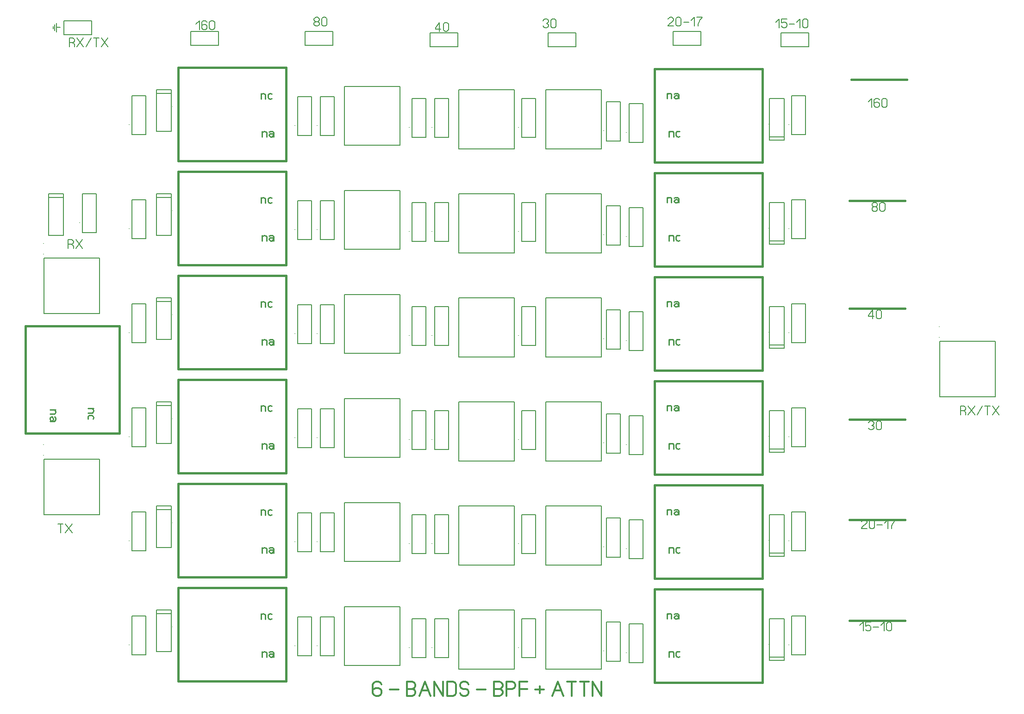
<source format=gbr>
%FSLAX34Y34*%
%MOMM*%
%LNSILK_TOP*%
G71*
G01*
%ADD10C,0.200*%
%ADD11C,0.150*%
%ADD12C,0.144*%
%ADD13C,0.167*%
%ADD14C,0.333*%
%ADD15C,0.400*%
%ADD16C,0.222*%
%ADD17C,0.111*%
%LPD*%
G54D10*
X319425Y-50986D02*
X325425Y-44986D01*
X325425Y-60986D01*
G54D10*
X339425Y-47986D02*
X338225Y-45986D01*
X335825Y-44986D01*
X333425Y-44986D01*
X331025Y-45986D01*
X329825Y-47986D01*
X329825Y-52986D01*
X329825Y-53986D01*
X333425Y-51986D01*
X335825Y-51986D01*
X338225Y-52986D01*
X339425Y-54986D01*
X339425Y-57986D01*
X338225Y-59986D01*
X335825Y-60986D01*
X333425Y-60986D01*
X331025Y-59986D01*
X329825Y-57986D01*
X329825Y-52986D01*
G54D10*
X353425Y-47986D02*
X353425Y-57986D01*
X352225Y-59986D01*
X349825Y-60986D01*
X347425Y-60986D01*
X345025Y-59986D01*
X343825Y-57986D01*
X343825Y-47986D01*
X345025Y-45986D01*
X347425Y-44986D01*
X349825Y-44986D01*
X352225Y-45986D01*
X353425Y-47986D01*
G54D11*
X309629Y-89612D02*
X309629Y-64212D01*
X360429Y-64212D01*
X360429Y-89612D01*
X309629Y-89612D01*
G54D10*
X541325Y-46636D02*
X538925Y-46636D01*
X536525Y-45636D01*
X535325Y-43636D01*
X535325Y-41636D01*
X536525Y-39636D01*
X538925Y-38636D01*
X541325Y-38636D01*
X543725Y-39636D01*
X544925Y-41636D01*
X544925Y-43636D01*
X543725Y-45636D01*
X541325Y-46636D01*
X543725Y-47636D01*
X544925Y-49636D01*
X544925Y-51636D01*
X543725Y-53636D01*
X541325Y-54636D01*
X538925Y-54636D01*
X536525Y-53636D01*
X535325Y-51636D01*
X535325Y-49636D01*
X536525Y-47636D01*
X538925Y-46636D01*
G54D10*
X558925Y-41636D02*
X558925Y-51636D01*
X557725Y-53636D01*
X555325Y-54636D01*
X552925Y-54636D01*
X550525Y-53636D01*
X549325Y-51636D01*
X549325Y-41636D01*
X550525Y-39636D01*
X552925Y-38636D01*
X555325Y-38636D01*
X557725Y-39636D01*
X558925Y-41636D01*
G54D11*
X519179Y-89612D02*
X519179Y-64212D01*
X569979Y-64212D01*
X569979Y-89612D01*
X519179Y-89612D01*
G54D11*
X590550Y-165100D02*
X692150Y-165100D01*
X692150Y-273050D01*
X590550Y-273050D01*
X590550Y-165100D01*
G54D11*
X274050Y-247650D02*
X246650Y-247650D01*
X246650Y-171450D01*
X274050Y-171450D01*
X274050Y-247650D01*
G54D11*
X246650Y-177750D02*
X274050Y-177750D01*
G54D10*
X764775Y-64161D02*
X764775Y-48161D01*
X757575Y-58161D01*
X757575Y-60161D01*
X767175Y-60161D01*
G54D10*
X781175Y-51161D02*
X781175Y-61161D01*
X779975Y-63161D01*
X777575Y-64161D01*
X775175Y-64161D01*
X772775Y-63161D01*
X771575Y-61161D01*
X771575Y-51161D01*
X772775Y-49161D01*
X775175Y-48161D01*
X777575Y-48161D01*
X779975Y-49161D01*
X781175Y-51161D01*
G54D11*
X747779Y-92788D02*
X747779Y-67387D01*
X798579Y-67388D01*
X798579Y-92788D01*
X747779Y-92788D01*
G54D10*
X954425Y-44811D02*
X955625Y-42811D01*
X958025Y-41811D01*
X960425Y-41811D01*
X962825Y-42811D01*
X964025Y-44811D01*
X964025Y-46811D01*
X962825Y-48811D01*
X960425Y-49811D01*
X962825Y-50811D01*
X964025Y-52811D01*
X964025Y-54811D01*
X962825Y-56811D01*
X960425Y-57811D01*
X958025Y-57811D01*
X955625Y-56811D01*
X954425Y-54811D01*
G54D10*
X978025Y-44811D02*
X978025Y-54811D01*
X976825Y-56811D01*
X974425Y-57811D01*
X972025Y-57811D01*
X969625Y-56811D01*
X968425Y-54811D01*
X968425Y-44811D01*
X969625Y-42811D01*
X972025Y-41811D01*
X974425Y-41811D01*
X976825Y-42811D01*
X978025Y-44811D01*
G54D11*
X963679Y-92788D02*
X963680Y-67387D01*
X1014479Y-67388D01*
X1014479Y-92788D01*
X963679Y-92788D01*
G54D11*
X41250Y-479450D02*
X142850Y-479450D01*
X142850Y-581050D01*
X41250Y-581050D01*
X41250Y-479450D01*
G54D12*
X40500Y-452700D02*
X40500Y-452700D01*
G54D12*
X40500Y-472200D02*
X40500Y-472200D01*
G54D11*
X41250Y-847750D02*
X142850Y-847750D01*
X142850Y-949350D01*
X41250Y-949350D01*
X41250Y-847750D01*
G54D12*
X40500Y-821000D02*
X40500Y-821000D01*
G54D12*
X40500Y-840500D02*
X40500Y-840500D01*
G54D11*
X77200Y-438150D02*
X49800Y-438150D01*
X49800Y-361950D01*
X77200Y-361950D01*
X77200Y-438150D01*
G54D11*
X49800Y-368250D02*
X77200Y-368250D01*
G54D11*
X136960Y-361662D02*
X111560Y-361662D01*
X111560Y-433262D01*
X136960Y-433262D01*
X136960Y-361662D01*
G54D13*
X106169Y-414318D02*
X106169Y-414318D01*
G54D10*
X92450Y-84736D02*
X96050Y-86736D01*
X97250Y-88736D01*
X97250Y-92736D01*
G54D10*
X87650Y-92736D02*
X87650Y-76736D01*
X93650Y-76736D01*
X96050Y-77736D01*
X97250Y-79736D01*
X97250Y-81736D01*
X96050Y-83736D01*
X93650Y-84736D01*
X87650Y-84736D01*
G54D10*
X101650Y-76736D02*
X113650Y-92736D01*
G54D10*
X101650Y-92736D02*
X113650Y-76736D01*
G54D10*
X118050Y-92736D02*
X127650Y-76736D01*
G54D10*
X136850Y-92736D02*
X136850Y-76736D01*
G54D10*
X132050Y-76736D02*
X141650Y-76736D01*
G54D10*
X146050Y-76736D02*
X158050Y-92736D01*
G54D10*
X146050Y-92736D02*
X158050Y-76736D01*
G54D11*
X77854Y-70562D02*
X77854Y-45162D01*
X128654Y-45162D01*
X128654Y-70562D01*
X77854Y-70562D01*
G54D10*
X70521Y-57333D02*
X64170Y-57333D01*
G54D10*
X64170Y-65270D02*
X64171Y-49395D01*
G54D10*
X60996Y-51776D02*
X60996Y-62889D01*
G54D10*
X57821Y-59714D02*
X57821Y-54952D01*
G54D10*
X90500Y-453950D02*
X94100Y-455950D01*
X95300Y-457950D01*
X95300Y-461950D01*
G54D10*
X85700Y-461950D02*
X85700Y-445950D01*
X91700Y-445950D01*
X94100Y-446950D01*
X95300Y-448950D01*
X95300Y-450950D01*
X94100Y-452950D01*
X91700Y-453950D01*
X85700Y-453950D01*
G54D10*
X99700Y-445950D02*
X111700Y-461950D01*
G54D10*
X99700Y-461950D02*
X111700Y-445950D01*
G54D10*
X71450Y-982650D02*
X71450Y-966650D01*
G54D10*
X66650Y-966650D02*
X76250Y-966650D01*
G54D10*
X80650Y-966650D02*
X92650Y-982650D01*
G54D10*
X80650Y-982650D02*
X92650Y-966650D01*
G54D14*
X658610Y-1259786D02*
X656610Y-1256452D01*
X652610Y-1254786D01*
X648610Y-1254786D01*
X644610Y-1256452D01*
X642610Y-1259786D01*
X642610Y-1268119D01*
X642610Y-1269786D01*
X648610Y-1266452D01*
X652610Y-1266452D01*
X656610Y-1268119D01*
X658610Y-1271452D01*
X658610Y-1276452D01*
X656610Y-1279786D01*
X652610Y-1281452D01*
X648610Y-1281452D01*
X644610Y-1279786D01*
X642610Y-1276452D01*
X642610Y-1268119D01*
G54D14*
X673676Y-1269786D02*
X689676Y-1269786D01*
G54D14*
X704742Y-1281452D02*
X704742Y-1254786D01*
X714742Y-1254786D01*
X718742Y-1256452D01*
X720742Y-1259786D01*
X720742Y-1263119D01*
X718742Y-1266452D01*
X714742Y-1268119D01*
X718742Y-1269786D01*
X720742Y-1273119D01*
X720742Y-1276452D01*
X718742Y-1279786D01*
X714742Y-1281452D01*
X704742Y-1281452D01*
G54D14*
X704742Y-1268119D02*
X714742Y-1268119D01*
G54D14*
X728075Y-1281452D02*
X738075Y-1254786D01*
X748075Y-1281452D01*
G54D14*
X732075Y-1271452D02*
X744075Y-1271452D01*
G54D14*
X755408Y-1281452D02*
X755408Y-1254786D01*
X771408Y-1281452D01*
X771408Y-1254786D01*
G54D14*
X778741Y-1281452D02*
X778741Y-1254786D01*
X788741Y-1254786D01*
X792741Y-1256452D01*
X794741Y-1259786D01*
X794741Y-1276452D01*
X792741Y-1279786D01*
X788741Y-1281452D01*
X778741Y-1281452D01*
G54D14*
X802074Y-1276452D02*
X804074Y-1279786D01*
X808074Y-1281452D01*
X812074Y-1281452D01*
X816074Y-1279786D01*
X818074Y-1276452D01*
X818074Y-1273119D01*
X816074Y-1269786D01*
X812074Y-1268119D01*
X808074Y-1268119D01*
X804074Y-1266452D01*
X802074Y-1263119D01*
X802074Y-1259786D01*
X804074Y-1256452D01*
X808074Y-1254786D01*
X812074Y-1254786D01*
X816074Y-1256452D01*
X818074Y-1259786D01*
G54D14*
X833140Y-1269786D02*
X849140Y-1269786D01*
G54D14*
X864206Y-1281452D02*
X864206Y-1254786D01*
X874206Y-1254786D01*
X878206Y-1256452D01*
X880206Y-1259786D01*
X880206Y-1263119D01*
X878206Y-1266452D01*
X874206Y-1268119D01*
X878206Y-1269786D01*
X880206Y-1273119D01*
X880206Y-1276452D01*
X878206Y-1279786D01*
X874206Y-1281452D01*
X864206Y-1281452D01*
G54D14*
X864206Y-1268119D02*
X874206Y-1268119D01*
G54D14*
X887539Y-1281452D02*
X887539Y-1254786D01*
X897539Y-1254786D01*
X901539Y-1256452D01*
X903539Y-1259786D01*
X903539Y-1263119D01*
X901539Y-1266452D01*
X897539Y-1268119D01*
X887539Y-1268119D01*
G54D14*
X910872Y-1281452D02*
X910872Y-1254786D01*
X924872Y-1254786D01*
G54D14*
X910872Y-1268119D02*
X924872Y-1268119D01*
G54D14*
X939938Y-1269786D02*
X955938Y-1269786D01*
G54D14*
X947938Y-1263119D02*
X947938Y-1276452D01*
G54D14*
X971004Y-1281452D02*
X981004Y-1254786D01*
X991004Y-1281452D01*
G54D14*
X975004Y-1271452D02*
X987004Y-1271452D01*
G54D14*
X1006337Y-1281452D02*
X1006337Y-1254786D01*
G54D14*
X998337Y-1254786D02*
X1014337Y-1254786D01*
G54D14*
X1029670Y-1281452D02*
X1029670Y-1254786D01*
G54D14*
X1021670Y-1254786D02*
X1037670Y-1254786D01*
G54D14*
X1045003Y-1281452D02*
X1045003Y-1254786D01*
X1061003Y-1281452D01*
X1061003Y-1254786D01*
G54D15*
X286872Y-130481D02*
X483722Y-130481D01*
X483722Y-301931D01*
X286872Y-301931D01*
X286872Y-130481D01*
G54D16*
X438026Y-187852D02*
X438026Y-177852D01*
G54D16*
X438026Y-180074D02*
X439360Y-178518D01*
X442026Y-177852D01*
X444693Y-178518D01*
X446026Y-180074D01*
X446027Y-187852D01*
G54D16*
X457582Y-178518D02*
X454916Y-177852D01*
X452249Y-178518D01*
X450916Y-180741D01*
X450916Y-185185D01*
X452249Y-187407D01*
X454916Y-187852D01*
X457582Y-187407D01*
G54D16*
X440221Y-257346D02*
X440221Y-247346D01*
G54D16*
X440221Y-249568D02*
X441554Y-248013D01*
X444221Y-247346D01*
X446888Y-248013D01*
X448221Y-249568D01*
X448221Y-257346D01*
G54D16*
X453110Y-248457D02*
X455777Y-247346D01*
X458976Y-247346D01*
X461110Y-249568D01*
X461110Y-257346D01*
G54D16*
X461110Y-254013D02*
X459777Y-251790D01*
X457110Y-251346D01*
X454443Y-251790D01*
X453110Y-254013D01*
X453643Y-256235D01*
X455776Y-257346D01*
X457110Y-257346D01*
X457643Y-257346D01*
X459777Y-256235D01*
X461110Y-254013D01*
G54D11*
X227609Y-182090D02*
X202209Y-182090D01*
X202209Y-253690D01*
X227609Y-253690D01*
X227609Y-182090D01*
G54D13*
X196818Y-234745D02*
X196818Y-234745D01*
G54D17*
X275968Y-201403D02*
X275968Y-201403D01*
G54D15*
X178922Y-603681D02*
X178922Y-800531D01*
X7472Y-800531D01*
X7472Y-603681D01*
X178922Y-603681D01*
G54D16*
X121551Y-754836D02*
X131551Y-754836D01*
G54D16*
X129329Y-754836D02*
X130885Y-756169D01*
X131551Y-758836D01*
X130884Y-761502D01*
X129329Y-762836D01*
X121551Y-762836D01*
G54D16*
X130884Y-774391D02*
X131551Y-771724D01*
X130884Y-769058D01*
X128662Y-767724D01*
X124218Y-767724D01*
X121996Y-769058D01*
X121551Y-771724D01*
X121996Y-774391D01*
G54D16*
X52057Y-757030D02*
X62057Y-757030D01*
G54D16*
X59835Y-757030D02*
X61390Y-758363D01*
X62057Y-761030D01*
X61390Y-763696D01*
X59835Y-765030D01*
X52057Y-765030D01*
G54D16*
X60946Y-769919D02*
X62057Y-772586D01*
X62057Y-775786D01*
X59835Y-777919D01*
X52057Y-777919D01*
G54D16*
X55390Y-777919D02*
X57612Y-776586D01*
X58057Y-773919D01*
X57613Y-771252D01*
X55390Y-769919D01*
X53168Y-770452D01*
X52057Y-772586D01*
X52057Y-773919D01*
X52057Y-774452D01*
X53168Y-776586D01*
X55390Y-777919D01*
G54D11*
X530660Y-183862D02*
X505260Y-183862D01*
X505260Y-255462D01*
X530660Y-255462D01*
X530660Y-183862D01*
G54D13*
X499869Y-236518D02*
X499869Y-236518D01*
G54D11*
X571936Y-183862D02*
X546535Y-183862D01*
X546535Y-255462D01*
X571935Y-255462D01*
X571936Y-183862D01*
G54D13*
X541144Y-236518D02*
X541144Y-236518D01*
G54D11*
X740210Y-187037D02*
X714810Y-187037D01*
X714810Y-258637D01*
X740210Y-258637D01*
X740210Y-187037D01*
G54D13*
X709419Y-239693D02*
X709419Y-239693D01*
G54D11*
X781486Y-187037D02*
X756085Y-187037D01*
X756085Y-258637D01*
X781485Y-258637D01*
X781486Y-187037D01*
G54D13*
X750694Y-239693D02*
X750694Y-239693D01*
G54D11*
X800100Y-171450D02*
X901700Y-171450D01*
X901700Y-279400D01*
X800100Y-279400D01*
X800100Y-171450D01*
G54D11*
X940236Y-187037D02*
X914835Y-187037D01*
X914835Y-258637D01*
X940235Y-258637D01*
X940236Y-187037D01*
G54D13*
X909444Y-239693D02*
X909444Y-239693D01*
G54D11*
X958850Y-171450D02*
X1060450Y-171450D01*
X1060450Y-279400D01*
X958850Y-279400D01*
X958850Y-171450D01*
G54D11*
X1095810Y-193387D02*
X1070410Y-193387D01*
X1070410Y-264987D01*
X1095810Y-264987D01*
X1095810Y-193387D01*
G54D13*
X1065019Y-246043D02*
X1065019Y-246043D01*
G54D11*
X1137086Y-196562D02*
X1111685Y-196562D01*
X1111685Y-268162D01*
X1137085Y-268162D01*
X1137086Y-196562D01*
G54D13*
X1106294Y-249218D02*
X1106294Y-249218D01*
G54D11*
X1367936Y-187434D02*
X1395336Y-187434D01*
X1395336Y-263634D01*
X1367936Y-263634D01*
X1367936Y-187434D01*
G54D11*
X1395336Y-257334D02*
X1367936Y-257334D01*
G54D15*
X1355114Y-304604D02*
X1158264Y-304603D01*
X1158264Y-133154D01*
X1355114Y-133154D01*
X1355114Y-304604D01*
G54D16*
X1184447Y-257215D02*
X1184447Y-247215D01*
G54D16*
X1184447Y-249438D02*
X1185780Y-247882D01*
X1188447Y-247215D01*
X1191113Y-247882D01*
X1192447Y-249438D01*
X1192447Y-257215D01*
G54D16*
X1204002Y-247882D02*
X1201336Y-247215D01*
X1198669Y-247882D01*
X1197336Y-250104D01*
X1197336Y-254549D01*
X1198669Y-256771D01*
X1201336Y-257215D01*
X1204002Y-256771D01*
G54D16*
X1180876Y-187738D02*
X1180876Y-177738D01*
G54D16*
X1180876Y-179960D02*
X1182209Y-178404D01*
X1184876Y-177738D01*
X1187543Y-178404D01*
X1188876Y-179960D01*
X1188876Y-187738D01*
G54D16*
X1193765Y-178849D02*
X1196432Y-177738D01*
X1199632Y-177738D01*
X1201765Y-179960D01*
X1201765Y-187738D01*
G54D16*
X1201765Y-184404D02*
X1200432Y-182182D01*
X1197765Y-181738D01*
X1195098Y-182182D01*
X1193765Y-184404D01*
X1194298Y-186627D01*
X1196432Y-187738D01*
X1197765Y-187738D01*
X1198298Y-187738D01*
X1200432Y-186626D01*
X1201765Y-184404D01*
G54D17*
X1366018Y-233681D02*
X1366018Y-233681D01*
G54D11*
X1434109Y-182090D02*
X1408709Y-182090D01*
X1408709Y-253690D01*
X1434109Y-253690D01*
X1434109Y-182090D01*
G54D13*
X1403318Y-234745D02*
X1403318Y-234745D01*
G54D11*
X590550Y-355600D02*
X692150Y-355600D01*
X692150Y-463550D01*
X590550Y-463550D01*
X590550Y-355600D01*
G54D11*
X274050Y-438150D02*
X246650Y-438150D01*
X246650Y-361950D01*
X274050Y-361950D01*
X274050Y-438150D01*
G54D11*
X246650Y-368250D02*
X274050Y-368250D01*
G54D15*
X286872Y-320981D02*
X483722Y-320981D01*
X483722Y-492431D01*
X286872Y-492431D01*
X286872Y-320981D01*
G54D16*
X438026Y-378352D02*
X438026Y-368352D01*
G54D16*
X438026Y-370574D02*
X439360Y-369018D01*
X442026Y-368352D01*
X444693Y-369018D01*
X446026Y-370574D01*
X446027Y-378352D01*
G54D16*
X457582Y-369018D02*
X454916Y-368352D01*
X452249Y-369018D01*
X450916Y-371241D01*
X450916Y-375685D01*
X452249Y-377907D01*
X454916Y-378352D01*
X457582Y-377907D01*
G54D16*
X440221Y-447846D02*
X440221Y-437846D01*
G54D16*
X440221Y-440068D02*
X441554Y-438513D01*
X444221Y-437846D01*
X446888Y-438513D01*
X448221Y-440068D01*
X448221Y-447846D01*
G54D16*
X453110Y-438957D02*
X455777Y-437846D01*
X458976Y-437846D01*
X461110Y-440068D01*
X461110Y-447846D01*
G54D16*
X461110Y-444513D02*
X459777Y-442290D01*
X457110Y-441846D01*
X454443Y-442290D01*
X453110Y-444513D01*
X453643Y-446735D01*
X455776Y-447846D01*
X457110Y-447846D01*
X457643Y-447846D01*
X459777Y-446735D01*
X461110Y-444513D01*
G54D11*
X227609Y-372590D02*
X202209Y-372590D01*
X202209Y-444190D01*
X227609Y-444190D01*
X227609Y-372590D01*
G54D13*
X196818Y-425245D02*
X196818Y-425245D01*
G54D17*
X275968Y-391903D02*
X275968Y-391903D01*
G54D11*
X530660Y-374362D02*
X505260Y-374362D01*
X505260Y-445962D01*
X530660Y-445962D01*
X530660Y-374362D01*
G54D13*
X499869Y-427018D02*
X499869Y-427018D01*
G54D11*
X571936Y-374362D02*
X546535Y-374362D01*
X546535Y-445962D01*
X571935Y-445962D01*
X571936Y-374362D01*
G54D13*
X541144Y-427018D02*
X541144Y-427018D01*
G54D11*
X740210Y-377537D02*
X714810Y-377537D01*
X714810Y-449137D01*
X740210Y-449137D01*
X740210Y-377537D01*
G54D13*
X709419Y-430193D02*
X709419Y-430193D01*
G54D11*
X781486Y-377537D02*
X756085Y-377537D01*
X756085Y-449137D01*
X781485Y-449137D01*
X781486Y-377537D01*
G54D13*
X750694Y-430193D02*
X750694Y-430193D01*
G54D11*
X800100Y-361950D02*
X901700Y-361950D01*
X901700Y-469900D01*
X800100Y-469900D01*
X800100Y-361950D01*
G54D11*
X940236Y-377537D02*
X914835Y-377537D01*
X914835Y-449137D01*
X940235Y-449137D01*
X940236Y-377537D01*
G54D13*
X909444Y-430193D02*
X909444Y-430193D01*
G54D11*
X958850Y-361950D02*
X1060450Y-361950D01*
X1060450Y-469900D01*
X958850Y-469900D01*
X958850Y-361950D01*
G54D11*
X1095810Y-383887D02*
X1070410Y-383887D01*
X1070410Y-455487D01*
X1095810Y-455487D01*
X1095810Y-383887D01*
G54D13*
X1065019Y-436543D02*
X1065019Y-436543D01*
G54D11*
X1137086Y-387062D02*
X1111685Y-387062D01*
X1111685Y-458662D01*
X1137085Y-458662D01*
X1137086Y-387062D01*
G54D13*
X1106294Y-439718D02*
X1106294Y-439718D01*
G54D11*
X1367936Y-377934D02*
X1395336Y-377934D01*
X1395336Y-454134D01*
X1367936Y-454134D01*
X1367936Y-377934D01*
G54D11*
X1395336Y-447834D02*
X1367936Y-447834D01*
G54D15*
X1355114Y-495104D02*
X1158264Y-495103D01*
X1158264Y-323654D01*
X1355114Y-323654D01*
X1355114Y-495104D01*
G54D16*
X1184447Y-447715D02*
X1184447Y-437715D01*
G54D16*
X1184447Y-439938D02*
X1185780Y-438382D01*
X1188447Y-437715D01*
X1191113Y-438382D01*
X1192447Y-439938D01*
X1192447Y-447715D01*
G54D16*
X1204002Y-438382D02*
X1201336Y-437715D01*
X1198669Y-438382D01*
X1197336Y-440604D01*
X1197336Y-445049D01*
X1198669Y-447271D01*
X1201336Y-447715D01*
X1204002Y-447271D01*
G54D16*
X1180876Y-378238D02*
X1180876Y-368238D01*
G54D16*
X1180876Y-370460D02*
X1182209Y-368904D01*
X1184876Y-368238D01*
X1187543Y-368904D01*
X1188876Y-370460D01*
X1188876Y-378238D01*
G54D16*
X1193765Y-369349D02*
X1196432Y-368238D01*
X1199632Y-368238D01*
X1201765Y-370460D01*
X1201765Y-378238D01*
G54D16*
X1201765Y-374904D02*
X1200432Y-372682D01*
X1197765Y-372238D01*
X1195098Y-372682D01*
X1193765Y-374904D01*
X1194298Y-377127D01*
X1196432Y-378238D01*
X1197765Y-378238D01*
X1198298Y-378238D01*
X1200432Y-377126D01*
X1201765Y-374904D01*
G54D17*
X1366018Y-424181D02*
X1366018Y-424181D01*
G54D11*
X1434109Y-372590D02*
X1408709Y-372590D01*
X1408709Y-444190D01*
X1434109Y-444190D01*
X1434109Y-372590D01*
G54D13*
X1403318Y-425245D02*
X1403318Y-425245D01*
G54D11*
X590550Y-546100D02*
X692150Y-546100D01*
X692150Y-654050D01*
X590550Y-654050D01*
X590550Y-546100D01*
G54D11*
X274050Y-628650D02*
X246650Y-628650D01*
X246650Y-552450D01*
X274050Y-552450D01*
X274050Y-628650D01*
G54D11*
X246650Y-558750D02*
X274050Y-558750D01*
G54D15*
X286872Y-511481D02*
X483722Y-511481D01*
X483722Y-682931D01*
X286872Y-682931D01*
X286872Y-511481D01*
G54D16*
X438026Y-568852D02*
X438026Y-558852D01*
G54D16*
X438026Y-561074D02*
X439360Y-559518D01*
X442026Y-558852D01*
X444693Y-559518D01*
X446026Y-561074D01*
X446027Y-568852D01*
G54D16*
X457582Y-559518D02*
X454916Y-558852D01*
X452249Y-559518D01*
X450916Y-561741D01*
X450916Y-566185D01*
X452249Y-568407D01*
X454916Y-568852D01*
X457582Y-568407D01*
G54D16*
X440221Y-638346D02*
X440221Y-628346D01*
G54D16*
X440221Y-630568D02*
X441554Y-629013D01*
X444221Y-628346D01*
X446888Y-629013D01*
X448221Y-630568D01*
X448221Y-638346D01*
G54D16*
X453110Y-629457D02*
X455777Y-628346D01*
X458976Y-628346D01*
X461110Y-630568D01*
X461110Y-638346D01*
G54D16*
X461110Y-635013D02*
X459777Y-632790D01*
X457110Y-632346D01*
X454443Y-632790D01*
X453110Y-635013D01*
X453643Y-637235D01*
X455776Y-638346D01*
X457110Y-638346D01*
X457643Y-638346D01*
X459777Y-637235D01*
X461110Y-635013D01*
G54D11*
X227609Y-563090D02*
X202209Y-563090D01*
X202209Y-634690D01*
X227609Y-634690D01*
X227609Y-563090D01*
G54D13*
X196818Y-615745D02*
X196818Y-615745D01*
G54D17*
X275968Y-582403D02*
X275968Y-582403D01*
G54D11*
X530660Y-564862D02*
X505260Y-564862D01*
X505260Y-636462D01*
X530660Y-636462D01*
X530660Y-564862D01*
G54D13*
X499869Y-617518D02*
X499869Y-617518D01*
G54D11*
X571936Y-564862D02*
X546535Y-564862D01*
X546535Y-636462D01*
X571935Y-636462D01*
X571936Y-564862D01*
G54D13*
X541144Y-617518D02*
X541144Y-617518D01*
G54D11*
X740210Y-568037D02*
X714810Y-568037D01*
X714810Y-639637D01*
X740210Y-639637D01*
X740210Y-568037D01*
G54D13*
X709419Y-620693D02*
X709419Y-620693D01*
G54D11*
X781486Y-568037D02*
X756085Y-568037D01*
X756085Y-639637D01*
X781485Y-639637D01*
X781486Y-568037D01*
G54D13*
X750694Y-620693D02*
X750694Y-620693D01*
G54D11*
X800100Y-552450D02*
X901700Y-552450D01*
X901700Y-660400D01*
X800100Y-660400D01*
X800100Y-552450D01*
G54D11*
X940236Y-568037D02*
X914835Y-568037D01*
X914835Y-639637D01*
X940235Y-639637D01*
X940236Y-568037D01*
G54D13*
X909444Y-620693D02*
X909444Y-620693D01*
G54D11*
X958850Y-552450D02*
X1060450Y-552450D01*
X1060450Y-660400D01*
X958850Y-660400D01*
X958850Y-552450D01*
G54D11*
X1095810Y-574387D02*
X1070410Y-574387D01*
X1070410Y-645987D01*
X1095810Y-645987D01*
X1095810Y-574387D01*
G54D13*
X1065019Y-627043D02*
X1065019Y-627043D01*
G54D11*
X1137086Y-577562D02*
X1111685Y-577562D01*
X1111685Y-649162D01*
X1137085Y-649162D01*
X1137086Y-577562D01*
G54D13*
X1106294Y-630218D02*
X1106294Y-630218D01*
G54D11*
X1367936Y-568434D02*
X1395336Y-568434D01*
X1395336Y-644634D01*
X1367936Y-644634D01*
X1367936Y-568434D01*
G54D11*
X1395336Y-638334D02*
X1367936Y-638334D01*
G54D15*
X1355114Y-685604D02*
X1158264Y-685603D01*
X1158264Y-514154D01*
X1355114Y-514154D01*
X1355114Y-685604D01*
G54D16*
X1184447Y-638215D02*
X1184447Y-628215D01*
G54D16*
X1184447Y-630438D02*
X1185780Y-628882D01*
X1188447Y-628215D01*
X1191113Y-628882D01*
X1192447Y-630438D01*
X1192447Y-638215D01*
G54D16*
X1204002Y-628882D02*
X1201336Y-628215D01*
X1198669Y-628882D01*
X1197336Y-631104D01*
X1197336Y-635549D01*
X1198669Y-637771D01*
X1201336Y-638215D01*
X1204002Y-637771D01*
G54D16*
X1180876Y-568738D02*
X1180876Y-558738D01*
G54D16*
X1180876Y-560960D02*
X1182209Y-559404D01*
X1184876Y-558738D01*
X1187543Y-559404D01*
X1188876Y-560960D01*
X1188876Y-568738D01*
G54D16*
X1193765Y-559849D02*
X1196432Y-558738D01*
X1199632Y-558738D01*
X1201765Y-560960D01*
X1201765Y-568738D01*
G54D16*
X1201765Y-565404D02*
X1200432Y-563182D01*
X1197765Y-562738D01*
X1195098Y-563182D01*
X1193765Y-565404D01*
X1194298Y-567627D01*
X1196432Y-568738D01*
X1197765Y-568738D01*
X1198298Y-568738D01*
X1200432Y-567626D01*
X1201765Y-565404D01*
G54D17*
X1366018Y-614681D02*
X1366018Y-614681D01*
G54D11*
X1434109Y-563090D02*
X1408709Y-563090D01*
X1408709Y-634690D01*
X1434109Y-634690D01*
X1434109Y-563090D01*
G54D13*
X1403318Y-615745D02*
X1403318Y-615745D01*
G54D11*
X590550Y-736600D02*
X692150Y-736600D01*
X692150Y-844550D01*
X590550Y-844550D01*
X590550Y-736600D01*
G54D11*
X274050Y-819150D02*
X246650Y-819150D01*
X246650Y-742950D01*
X274050Y-742950D01*
X274050Y-819150D01*
G54D11*
X246650Y-749250D02*
X274050Y-749250D01*
G54D15*
X286872Y-701981D02*
X483722Y-701981D01*
X483722Y-873431D01*
X286872Y-873431D01*
X286872Y-701981D01*
G54D16*
X438026Y-759352D02*
X438026Y-749352D01*
G54D16*
X438026Y-751574D02*
X439360Y-750018D01*
X442026Y-749352D01*
X444693Y-750018D01*
X446026Y-751574D01*
X446027Y-759352D01*
G54D16*
X457582Y-750018D02*
X454916Y-749352D01*
X452249Y-750018D01*
X450916Y-752241D01*
X450916Y-756685D01*
X452249Y-758908D01*
X454916Y-759352D01*
X457582Y-758907D01*
G54D16*
X440221Y-828846D02*
X440221Y-818846D01*
G54D16*
X440221Y-821068D02*
X441554Y-819513D01*
X444221Y-818846D01*
X446888Y-819513D01*
X448221Y-821068D01*
X448221Y-828846D01*
G54D16*
X453110Y-819957D02*
X455777Y-818846D01*
X458976Y-818846D01*
X461110Y-821068D01*
X461110Y-828846D01*
G54D16*
X461110Y-825513D02*
X459777Y-823290D01*
X457110Y-822846D01*
X454443Y-823290D01*
X453110Y-825512D01*
X453643Y-827735D01*
X455776Y-828846D01*
X457110Y-828846D01*
X457643Y-828846D01*
X459777Y-827735D01*
X461110Y-825513D01*
G54D11*
X227609Y-753590D02*
X202209Y-753590D01*
X202209Y-825190D01*
X227609Y-825190D01*
X227609Y-753590D01*
G54D13*
X196818Y-806246D02*
X196818Y-806246D01*
G54D17*
X275968Y-772904D02*
X275968Y-772904D01*
G54D11*
X530660Y-755362D02*
X505260Y-755362D01*
X505260Y-826962D01*
X530660Y-826962D01*
X530660Y-755362D01*
G54D13*
X499869Y-808018D02*
X499869Y-808018D01*
G54D11*
X571936Y-755362D02*
X546535Y-755362D01*
X546535Y-826962D01*
X571935Y-826962D01*
X571936Y-755362D01*
G54D13*
X541144Y-808018D02*
X541144Y-808018D01*
G54D11*
X740210Y-758537D02*
X714810Y-758537D01*
X714810Y-830137D01*
X740210Y-830137D01*
X740210Y-758537D01*
G54D13*
X709419Y-811192D02*
X709419Y-811192D01*
G54D11*
X781486Y-758537D02*
X756085Y-758537D01*
X756085Y-830137D01*
X781485Y-830137D01*
X781486Y-758537D01*
G54D13*
X750694Y-811192D02*
X750694Y-811192D01*
G54D11*
X800100Y-742950D02*
X901700Y-742950D01*
X901700Y-850900D01*
X800100Y-850900D01*
X800100Y-742950D01*
G54D11*
X940236Y-758537D02*
X914835Y-758537D01*
X914835Y-830137D01*
X940235Y-830137D01*
X940236Y-758537D01*
G54D13*
X909444Y-811192D02*
X909444Y-811192D01*
G54D11*
X958850Y-742950D02*
X1060450Y-742950D01*
X1060450Y-850900D01*
X958850Y-850900D01*
X958850Y-742950D01*
G54D11*
X1095810Y-764887D02*
X1070410Y-764887D01*
X1070410Y-836487D01*
X1095810Y-836487D01*
X1095810Y-764887D01*
G54D13*
X1065019Y-817542D02*
X1065019Y-817542D01*
G54D11*
X1137086Y-768062D02*
X1111685Y-768062D01*
X1111685Y-839662D01*
X1137085Y-839662D01*
X1137086Y-768062D01*
G54D13*
X1106294Y-820718D02*
X1106294Y-820718D01*
G54D11*
X1367936Y-758934D02*
X1395336Y-758934D01*
X1395336Y-835134D01*
X1367936Y-835134D01*
X1367936Y-758934D01*
G54D11*
X1395336Y-828834D02*
X1367936Y-828834D01*
G54D15*
X1355114Y-876104D02*
X1158264Y-876103D01*
X1158264Y-704654D01*
X1355114Y-704654D01*
X1355114Y-876104D01*
G54D16*
X1184447Y-828715D02*
X1184447Y-818715D01*
G54D16*
X1184447Y-820938D02*
X1185780Y-819382D01*
X1188447Y-818715D01*
X1191113Y-819382D01*
X1192447Y-820938D01*
X1192447Y-828715D01*
G54D16*
X1204002Y-819382D02*
X1201336Y-818716D01*
X1198669Y-819382D01*
X1197336Y-821604D01*
X1197336Y-826048D01*
X1198669Y-828271D01*
X1201336Y-828715D01*
X1204002Y-828271D01*
G54D16*
X1180876Y-759238D02*
X1180876Y-749238D01*
G54D16*
X1180876Y-751460D02*
X1182209Y-749904D01*
X1184876Y-749238D01*
X1187543Y-749904D01*
X1188876Y-751460D01*
X1188876Y-759238D01*
G54D16*
X1193765Y-750349D02*
X1196432Y-749238D01*
X1199632Y-749238D01*
X1201765Y-751460D01*
X1201765Y-759238D01*
G54D16*
X1201765Y-755904D02*
X1200432Y-753682D01*
X1197765Y-753238D01*
X1195098Y-753682D01*
X1193765Y-755904D01*
X1194298Y-758126D01*
X1196432Y-759238D01*
X1197765Y-759238D01*
X1198298Y-759238D01*
X1200432Y-758126D01*
X1201765Y-755904D01*
G54D17*
X1366018Y-805181D02*
X1366018Y-805181D01*
G54D11*
X1434109Y-753590D02*
X1408709Y-753590D01*
X1408709Y-825190D01*
X1434109Y-825190D01*
X1434109Y-753590D01*
G54D13*
X1403318Y-806246D02*
X1403318Y-806246D01*
G54D11*
X590550Y-927100D02*
X692150Y-927100D01*
X692150Y-1035050D01*
X590550Y-1035050D01*
X590550Y-927100D01*
G54D11*
X274050Y-1009650D02*
X246650Y-1009650D01*
X246650Y-933450D01*
X274050Y-933450D01*
X274050Y-1009650D01*
G54D11*
X246650Y-939750D02*
X274050Y-939750D01*
G54D15*
X286872Y-892481D02*
X483722Y-892481D01*
X483722Y-1063931D01*
X286872Y-1063931D01*
X286872Y-892481D01*
G54D16*
X438026Y-949852D02*
X438026Y-939852D01*
G54D16*
X438026Y-942074D02*
X439360Y-940518D01*
X442026Y-939852D01*
X444693Y-940518D01*
X446026Y-942074D01*
X446027Y-949852D01*
G54D16*
X457582Y-940518D02*
X454916Y-939852D01*
X452249Y-940518D01*
X450916Y-942740D01*
X450916Y-947185D01*
X452249Y-949408D01*
X454916Y-949852D01*
X457582Y-949407D01*
G54D16*
X440221Y-1019346D02*
X440221Y-1009346D01*
G54D16*
X440221Y-1011568D02*
X441554Y-1010013D01*
X444221Y-1009346D01*
X446888Y-1010013D01*
X448221Y-1011568D01*
X448221Y-1019346D01*
G54D16*
X453110Y-1010457D02*
X455777Y-1009346D01*
X458976Y-1009346D01*
X461110Y-1011568D01*
X461110Y-1019346D01*
G54D16*
X461110Y-1016013D02*
X459777Y-1013790D01*
X457110Y-1013346D01*
X454443Y-1013790D01*
X453110Y-1016012D01*
X453643Y-1018235D01*
X455776Y-1019346D01*
X457110Y-1019346D01*
X457643Y-1019346D01*
X459777Y-1018235D01*
X461110Y-1016013D01*
G54D11*
X227609Y-944090D02*
X202209Y-944090D01*
X202209Y-1015690D01*
X227609Y-1015690D01*
X227609Y-944090D01*
G54D13*
X196818Y-996746D02*
X196818Y-996746D01*
G54D17*
X275968Y-963404D02*
X275968Y-963404D01*
G54D11*
X530660Y-945862D02*
X505260Y-945862D01*
X505260Y-1017462D01*
X530660Y-1017462D01*
X530660Y-945862D01*
G54D13*
X499869Y-998518D02*
X499869Y-998518D01*
G54D11*
X571936Y-945862D02*
X546535Y-945862D01*
X546535Y-1017462D01*
X571935Y-1017462D01*
X571936Y-945862D01*
G54D13*
X541144Y-998518D02*
X541144Y-998518D01*
G54D11*
X740210Y-949037D02*
X714810Y-949037D01*
X714810Y-1020637D01*
X740210Y-1020637D01*
X740210Y-949037D01*
G54D13*
X709419Y-1001692D02*
X709419Y-1001692D01*
G54D11*
X781486Y-949037D02*
X756085Y-949037D01*
X756085Y-1020637D01*
X781485Y-1020637D01*
X781486Y-949037D01*
G54D13*
X750694Y-1001692D02*
X750694Y-1001692D01*
G54D11*
X800100Y-933450D02*
X901700Y-933450D01*
X901700Y-1041400D01*
X800100Y-1041400D01*
X800100Y-933450D01*
G54D11*
X940236Y-949037D02*
X914835Y-949037D01*
X914835Y-1020637D01*
X940235Y-1020637D01*
X940236Y-949037D01*
G54D13*
X909444Y-1001692D02*
X909444Y-1001692D01*
G54D11*
X958850Y-933450D02*
X1060450Y-933450D01*
X1060450Y-1041400D01*
X958850Y-1041400D01*
X958850Y-933450D01*
G54D11*
X1095810Y-955387D02*
X1070410Y-955387D01*
X1070410Y-1026987D01*
X1095810Y-1026987D01*
X1095810Y-955387D01*
G54D13*
X1065019Y-1008042D02*
X1065019Y-1008042D01*
G54D11*
X1137086Y-958562D02*
X1111685Y-958562D01*
X1111685Y-1030162D01*
X1137085Y-1030162D01*
X1137086Y-958562D01*
G54D13*
X1106294Y-1011218D02*
X1106294Y-1011218D01*
G54D11*
X1367936Y-949434D02*
X1395336Y-949434D01*
X1395336Y-1025634D01*
X1367936Y-1025634D01*
X1367936Y-949434D01*
G54D11*
X1395336Y-1019334D02*
X1367936Y-1019334D01*
G54D15*
X1355114Y-1066604D02*
X1158264Y-1066603D01*
X1158264Y-895154D01*
X1355114Y-895154D01*
X1355114Y-1066604D01*
G54D16*
X1184447Y-1019215D02*
X1184447Y-1009215D01*
G54D16*
X1184447Y-1011438D02*
X1185780Y-1009882D01*
X1188447Y-1009215D01*
X1191113Y-1009882D01*
X1192447Y-1011438D01*
X1192447Y-1019215D01*
G54D16*
X1204002Y-1009882D02*
X1201336Y-1009216D01*
X1198669Y-1009882D01*
X1197336Y-1012104D01*
X1197336Y-1016548D01*
X1198669Y-1018771D01*
X1201336Y-1019215D01*
X1204002Y-1018771D01*
G54D16*
X1180876Y-949738D02*
X1180876Y-939738D01*
G54D16*
X1180876Y-941960D02*
X1182209Y-940404D01*
X1184876Y-939738D01*
X1187543Y-940404D01*
X1188876Y-941960D01*
X1188876Y-949738D01*
G54D16*
X1193765Y-940849D02*
X1196432Y-939738D01*
X1199632Y-939738D01*
X1201765Y-941960D01*
X1201765Y-949738D01*
G54D16*
X1201765Y-946404D02*
X1200432Y-944182D01*
X1197765Y-943738D01*
X1195098Y-944182D01*
X1193765Y-946404D01*
X1194298Y-948626D01*
X1196432Y-949738D01*
X1197765Y-949738D01*
X1198298Y-949738D01*
X1200432Y-948626D01*
X1201765Y-946404D01*
G54D17*
X1366018Y-995681D02*
X1366018Y-995681D01*
G54D11*
X1434109Y-944090D02*
X1408709Y-944090D01*
X1408709Y-1015690D01*
X1434109Y-1015690D01*
X1434109Y-944090D01*
G54D13*
X1403318Y-996746D02*
X1403318Y-996746D01*
G54D11*
X590550Y-1117600D02*
X692150Y-1117600D01*
X692150Y-1225550D01*
X590550Y-1225550D01*
X590550Y-1117600D01*
G54D11*
X274050Y-1200150D02*
X246650Y-1200150D01*
X246650Y-1123950D01*
X274050Y-1123950D01*
X274050Y-1200150D01*
G54D11*
X246650Y-1130250D02*
X274050Y-1130250D01*
G54D15*
X286872Y-1082981D02*
X483722Y-1082981D01*
X483722Y-1254431D01*
X286872Y-1254431D01*
X286872Y-1082981D01*
G54D16*
X438026Y-1140352D02*
X438026Y-1130352D01*
G54D16*
X438026Y-1132574D02*
X439360Y-1131018D01*
X442026Y-1130352D01*
X444693Y-1131018D01*
X446026Y-1132574D01*
X446027Y-1140352D01*
G54D16*
X457582Y-1131018D02*
X454916Y-1130352D01*
X452249Y-1131018D01*
X450916Y-1133240D01*
X450916Y-1137685D01*
X452249Y-1139908D01*
X454916Y-1140352D01*
X457582Y-1139907D01*
G54D16*
X440221Y-1209846D02*
X440221Y-1199846D01*
G54D16*
X440221Y-1202068D02*
X441554Y-1200513D01*
X444221Y-1199846D01*
X446888Y-1200513D01*
X448221Y-1202068D01*
X448221Y-1209846D01*
G54D16*
X453110Y-1200957D02*
X455777Y-1199846D01*
X458976Y-1199846D01*
X461110Y-1202068D01*
X461110Y-1209846D01*
G54D16*
X461110Y-1206513D02*
X459777Y-1204290D01*
X457110Y-1203846D01*
X454443Y-1204290D01*
X453110Y-1206512D01*
X453643Y-1208735D01*
X455776Y-1209846D01*
X457110Y-1209846D01*
X457643Y-1209846D01*
X459777Y-1208735D01*
X461110Y-1206513D01*
G54D11*
X227609Y-1134590D02*
X202209Y-1134590D01*
X202209Y-1206190D01*
X227609Y-1206190D01*
X227609Y-1134590D01*
G54D13*
X196818Y-1187246D02*
X196818Y-1187246D01*
G54D17*
X275968Y-1153904D02*
X275968Y-1153904D01*
G54D11*
X530660Y-1136362D02*
X505260Y-1136362D01*
X505260Y-1207962D01*
X530660Y-1207962D01*
X530660Y-1136362D01*
G54D13*
X499869Y-1189018D02*
X499869Y-1189018D01*
G54D11*
X571936Y-1136362D02*
X546535Y-1136362D01*
X546535Y-1207962D01*
X571935Y-1207962D01*
X571936Y-1136362D01*
G54D13*
X541144Y-1189018D02*
X541144Y-1189018D01*
G54D11*
X740210Y-1139537D02*
X714810Y-1139537D01*
X714810Y-1211137D01*
X740210Y-1211137D01*
X740210Y-1139537D01*
G54D13*
X709419Y-1192192D02*
X709419Y-1192192D01*
G54D11*
X781486Y-1139537D02*
X756085Y-1139537D01*
X756085Y-1211137D01*
X781485Y-1211137D01*
X781486Y-1139537D01*
G54D13*
X750694Y-1192192D02*
X750694Y-1192192D01*
G54D11*
X800100Y-1123950D02*
X901700Y-1123950D01*
X901700Y-1231900D01*
X800100Y-1231900D01*
X800100Y-1123950D01*
G54D11*
X940236Y-1139537D02*
X914835Y-1139537D01*
X914835Y-1211137D01*
X940235Y-1211137D01*
X940236Y-1139537D01*
G54D13*
X909444Y-1192192D02*
X909444Y-1192192D01*
G54D11*
X958850Y-1123950D02*
X1060450Y-1123950D01*
X1060450Y-1231900D01*
X958850Y-1231900D01*
X958850Y-1123950D01*
G54D11*
X1095810Y-1145887D02*
X1070410Y-1145887D01*
X1070410Y-1217487D01*
X1095810Y-1217487D01*
X1095810Y-1145887D01*
G54D13*
X1065019Y-1198542D02*
X1065019Y-1198542D01*
G54D11*
X1137086Y-1149062D02*
X1111685Y-1149062D01*
X1111685Y-1220662D01*
X1137085Y-1220662D01*
X1137086Y-1149062D01*
G54D13*
X1106294Y-1201718D02*
X1106294Y-1201718D01*
G54D11*
X1367936Y-1139934D02*
X1395336Y-1139934D01*
X1395336Y-1216134D01*
X1367936Y-1216134D01*
X1367936Y-1139934D01*
G54D11*
X1395336Y-1209834D02*
X1367936Y-1209834D01*
G54D15*
X1355114Y-1257104D02*
X1158264Y-1257103D01*
X1158264Y-1085654D01*
X1355114Y-1085654D01*
X1355114Y-1257104D01*
G54D16*
X1184448Y-1209715D02*
X1184448Y-1199715D01*
G54D16*
X1184448Y-1201938D02*
X1185781Y-1200382D01*
X1188448Y-1199715D01*
X1191114Y-1200382D01*
X1192448Y-1201938D01*
X1192448Y-1209715D01*
G54D16*
X1204003Y-1200382D02*
X1201337Y-1199715D01*
X1198670Y-1200382D01*
X1197337Y-1202604D01*
X1197336Y-1207048D01*
X1198670Y-1209271D01*
X1201337Y-1209715D01*
X1204003Y-1209271D01*
G54D16*
X1180876Y-1140238D02*
X1180876Y-1130238D01*
G54D16*
X1180876Y-1132460D02*
X1182209Y-1130904D01*
X1184876Y-1130238D01*
X1187543Y-1130904D01*
X1188876Y-1132460D01*
X1188876Y-1140238D01*
G54D16*
X1193765Y-1131349D02*
X1196432Y-1130238D01*
X1199632Y-1130238D01*
X1201765Y-1132460D01*
X1201765Y-1140238D01*
G54D16*
X1201765Y-1136904D02*
X1200432Y-1134682D01*
X1197765Y-1134238D01*
X1195098Y-1134682D01*
X1193765Y-1136904D01*
X1194298Y-1139126D01*
X1196432Y-1140238D01*
X1197765Y-1140238D01*
X1198298Y-1140238D01*
X1200432Y-1139126D01*
X1201765Y-1136904D01*
G54D17*
X1366018Y-1186181D02*
X1366018Y-1186181D01*
G54D11*
X1434109Y-1134590D02*
X1408709Y-1134590D01*
X1408709Y-1206190D01*
X1434109Y-1206190D01*
X1434109Y-1134590D01*
G54D13*
X1403318Y-1187246D02*
X1403318Y-1187246D01*
G54D10*
X1192625Y-54636D02*
X1183025Y-54636D01*
X1183025Y-53636D01*
X1184225Y-51636D01*
X1191425Y-45636D01*
X1192625Y-43636D01*
X1192625Y-41636D01*
X1191425Y-39636D01*
X1189025Y-38636D01*
X1186625Y-38636D01*
X1184225Y-39636D01*
X1183025Y-41636D01*
G54D10*
X1206625Y-41636D02*
X1206625Y-51636D01*
X1205425Y-53636D01*
X1203025Y-54636D01*
X1200625Y-54636D01*
X1198225Y-53636D01*
X1197025Y-51636D01*
X1197025Y-41636D01*
X1198225Y-39636D01*
X1200625Y-38636D01*
X1203025Y-38636D01*
X1205425Y-39636D01*
X1206625Y-41636D01*
G54D10*
X1211025Y-47636D02*
X1220625Y-47636D01*
G54D10*
X1225025Y-44636D02*
X1231025Y-38636D01*
X1231025Y-54636D01*
G54D10*
X1235425Y-38636D02*
X1245025Y-38636D01*
X1243825Y-40636D01*
X1241425Y-43636D01*
X1239025Y-47636D01*
X1237825Y-50636D01*
X1237825Y-54636D01*
G54D11*
X1192279Y-89612D02*
X1192280Y-64212D01*
X1243079Y-64212D01*
X1243079Y-89612D01*
X1192279Y-89612D01*
G54D10*
X1379875Y-47811D02*
X1385875Y-41811D01*
X1385875Y-57811D01*
G54D10*
X1399875Y-41811D02*
X1390275Y-41811D01*
X1390275Y-48811D01*
X1391475Y-48811D01*
X1393875Y-47811D01*
X1396275Y-47811D01*
X1398675Y-48811D01*
X1399875Y-50811D01*
X1399875Y-54811D01*
X1398675Y-56811D01*
X1396275Y-57811D01*
X1393875Y-57811D01*
X1391475Y-56811D01*
X1390275Y-54811D01*
G54D10*
X1404275Y-50811D02*
X1413875Y-50811D01*
G54D10*
X1418275Y-47811D02*
X1424275Y-41811D01*
X1424275Y-57811D01*
G54D10*
X1438275Y-44811D02*
X1438275Y-54811D01*
X1437075Y-56811D01*
X1434675Y-57811D01*
X1432275Y-57811D01*
X1429875Y-56811D01*
X1428675Y-54811D01*
X1428675Y-44811D01*
X1429875Y-42811D01*
X1432275Y-41811D01*
X1434675Y-41811D01*
X1437075Y-42811D01*
X1438275Y-44811D01*
G54D11*
X1389129Y-92788D02*
X1389130Y-67387D01*
X1439929Y-67388D01*
X1439929Y-92788D01*
X1389129Y-92788D01*
G54D10*
X1549400Y-193200D02*
X1555400Y-187200D01*
X1555400Y-203200D01*
G54D10*
X1569400Y-190200D02*
X1568200Y-188200D01*
X1565800Y-187200D01*
X1563400Y-187200D01*
X1561000Y-188200D01*
X1559800Y-190200D01*
X1559800Y-195200D01*
X1559800Y-196200D01*
X1563400Y-194200D01*
X1565800Y-194200D01*
X1568200Y-195200D01*
X1569400Y-197200D01*
X1569400Y-200200D01*
X1568200Y-202200D01*
X1565800Y-203200D01*
X1563400Y-203200D01*
X1561000Y-202200D01*
X1559800Y-200200D01*
X1559800Y-195200D01*
G54D10*
X1583400Y-190200D02*
X1583400Y-200200D01*
X1582200Y-202200D01*
X1579800Y-203200D01*
X1577400Y-203200D01*
X1575000Y-202200D01*
X1573800Y-200200D01*
X1573800Y-190200D01*
X1575000Y-188200D01*
X1577400Y-187200D01*
X1579800Y-187200D01*
X1582200Y-188200D01*
X1583400Y-190200D01*
G54D10*
X1561750Y-385700D02*
X1559350Y-385700D01*
X1556950Y-384700D01*
X1555750Y-382700D01*
X1555750Y-380700D01*
X1556950Y-378700D01*
X1559350Y-377700D01*
X1561750Y-377700D01*
X1564150Y-378700D01*
X1565350Y-380700D01*
X1565350Y-382700D01*
X1564150Y-384700D01*
X1561750Y-385700D01*
X1564150Y-386700D01*
X1565350Y-388700D01*
X1565350Y-390700D01*
X1564150Y-392700D01*
X1561750Y-393700D01*
X1559350Y-393700D01*
X1556950Y-392700D01*
X1555750Y-390700D01*
X1555750Y-388700D01*
X1556950Y-386700D01*
X1559350Y-385700D01*
G54D10*
X1579350Y-380700D02*
X1579350Y-390700D01*
X1578150Y-392700D01*
X1575750Y-393700D01*
X1573350Y-393700D01*
X1570950Y-392700D01*
X1569750Y-390700D01*
X1569750Y-380700D01*
X1570950Y-378700D01*
X1573350Y-377700D01*
X1575750Y-377700D01*
X1578150Y-378700D01*
X1579350Y-380700D01*
G54D10*
X1556600Y-590550D02*
X1556600Y-574550D01*
X1549400Y-584550D01*
X1549400Y-586550D01*
X1559000Y-586550D01*
G54D10*
X1573000Y-577550D02*
X1573000Y-587550D01*
X1571800Y-589550D01*
X1569400Y-590550D01*
X1567000Y-590550D01*
X1564600Y-589550D01*
X1563400Y-587550D01*
X1563400Y-577550D01*
X1564600Y-575550D01*
X1567000Y-574550D01*
X1569400Y-574550D01*
X1571800Y-575550D01*
X1573000Y-577550D01*
G54D10*
X1549400Y-780750D02*
X1550600Y-778750D01*
X1553000Y-777750D01*
X1555400Y-777750D01*
X1557800Y-778750D01*
X1559000Y-780750D01*
X1559000Y-782750D01*
X1557800Y-784750D01*
X1555400Y-785750D01*
X1557800Y-786750D01*
X1559000Y-788750D01*
X1559000Y-790750D01*
X1557800Y-792750D01*
X1555400Y-793750D01*
X1553000Y-793750D01*
X1550600Y-792750D01*
X1549400Y-790750D01*
G54D10*
X1573000Y-780750D02*
X1573000Y-790750D01*
X1571800Y-792750D01*
X1569400Y-793750D01*
X1567000Y-793750D01*
X1564600Y-792750D01*
X1563400Y-790750D01*
X1563400Y-780750D01*
X1564600Y-778750D01*
X1567000Y-777750D01*
X1569400Y-777750D01*
X1571800Y-778750D01*
X1573000Y-780750D01*
G54D10*
X1546300Y-974725D02*
X1536700Y-974725D01*
X1536700Y-973725D01*
X1537900Y-971725D01*
X1545100Y-965725D01*
X1546300Y-963725D01*
X1546300Y-961725D01*
X1545100Y-959725D01*
X1542700Y-958725D01*
X1540300Y-958725D01*
X1537900Y-959725D01*
X1536700Y-961725D01*
G54D10*
X1560300Y-961725D02*
X1560300Y-971725D01*
X1559100Y-973725D01*
X1556700Y-974725D01*
X1554300Y-974725D01*
X1551900Y-973725D01*
X1550700Y-971725D01*
X1550700Y-961725D01*
X1551900Y-959725D01*
X1554300Y-958725D01*
X1556700Y-958725D01*
X1559100Y-959725D01*
X1560300Y-961725D01*
G54D10*
X1564700Y-967725D02*
X1574300Y-967725D01*
G54D10*
X1578700Y-964725D02*
X1584700Y-958725D01*
X1584700Y-974725D01*
G54D10*
X1589100Y-958725D02*
X1598700Y-958725D01*
X1597500Y-960725D01*
X1595100Y-963725D01*
X1592700Y-967725D01*
X1591500Y-970725D01*
X1591500Y-974725D01*
G54D10*
X1533525Y-1152050D02*
X1539525Y-1146050D01*
X1539525Y-1162050D01*
G54D10*
X1553525Y-1146050D02*
X1543925Y-1146050D01*
X1543925Y-1153050D01*
X1545125Y-1153050D01*
X1547525Y-1152050D01*
X1549925Y-1152050D01*
X1552325Y-1153050D01*
X1553525Y-1155050D01*
X1553525Y-1159050D01*
X1552325Y-1161050D01*
X1549925Y-1162050D01*
X1547525Y-1162050D01*
X1545125Y-1161050D01*
X1543925Y-1159050D01*
G54D10*
X1557925Y-1155050D02*
X1567525Y-1155050D01*
G54D10*
X1571925Y-1152050D02*
X1577925Y-1146050D01*
X1577925Y-1162050D01*
G54D10*
X1591925Y-1149050D02*
X1591925Y-1159050D01*
X1590725Y-1161050D01*
X1588325Y-1162050D01*
X1585925Y-1162050D01*
X1583525Y-1161050D01*
X1582325Y-1159050D01*
X1582325Y-1149050D01*
X1583525Y-1147050D01*
X1585925Y-1146050D01*
X1588325Y-1146050D01*
X1590725Y-1147050D01*
X1591925Y-1149050D01*
G54D15*
X1517650Y-152400D02*
X1619250Y-152400D01*
G54D15*
X1514475Y-374650D02*
X1616075Y-374650D01*
G54D15*
X1514475Y-571500D02*
X1616075Y-571500D01*
G54D15*
X1514475Y-774700D02*
X1616075Y-774700D01*
G54D15*
X1514475Y-958850D02*
X1616075Y-958850D01*
G54D15*
X1514475Y-1143000D02*
X1616075Y-1143000D01*
G54D11*
X1679550Y-631850D02*
X1781150Y-631850D01*
X1781150Y-733450D01*
X1679550Y-733450D01*
X1679550Y-631850D01*
G54D12*
X1678800Y-605100D02*
X1678800Y-605100D01*
G54D12*
X1678800Y-624600D02*
X1678800Y-624600D01*
G54D10*
X1722450Y-758750D02*
X1726050Y-760750D01*
X1727250Y-762750D01*
X1727250Y-766750D01*
G54D10*
X1717650Y-766750D02*
X1717650Y-750750D01*
X1723650Y-750750D01*
X1726050Y-751750D01*
X1727250Y-753750D01*
X1727250Y-755750D01*
X1726050Y-757750D01*
X1723650Y-758750D01*
X1717650Y-758750D01*
G54D10*
X1731650Y-750750D02*
X1743650Y-766750D01*
G54D10*
X1731650Y-766750D02*
X1743650Y-750750D01*
G54D10*
X1748050Y-766750D02*
X1757650Y-750750D01*
G54D10*
X1766850Y-766750D02*
X1766850Y-750750D01*
G54D10*
X1762050Y-750750D02*
X1771650Y-750750D01*
G54D10*
X1776050Y-750750D02*
X1788050Y-766750D01*
G54D10*
X1776050Y-766750D02*
X1788050Y-750750D01*
M02*

</source>
